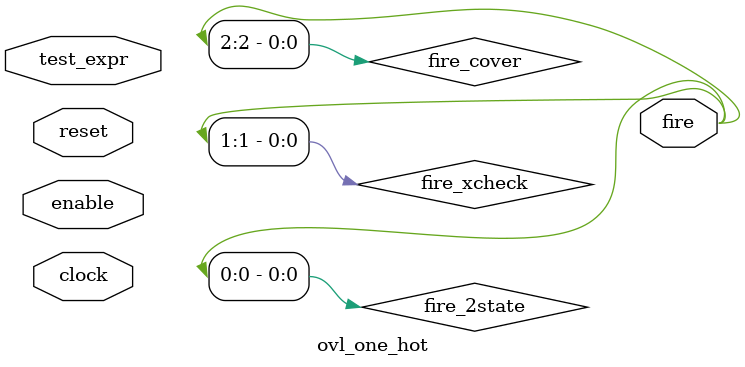
<source format=v>


























// specifying interface for System Verilog








// Selecting global reset or local reset for the checker reset signal






// active edges





// default edge_type (ovl_always_on_edge)







// severity levels





// default severity level






// coverage levels (note that 3 would set both SANITY & BASIC)







// default coverage level






// property type






// fire bit positions (first two also used for xcheck input to error_t)




// auto_bin_max for covergroups, default value is set as per LRM recommendation



// default property type






// default message






// necessary condition




// default necessary_condition (ovl_cycle_sequence)






// action on new start




// default action_on_new_start (e.g. ovl_change)






// inactive levels




// default inactive (ovl_one_cold)






// new interface (ovl 2)



























// ovl runtime after fatal error






// Covergroup define







// Ensure x-checking logic disabled if ASSERTs are off







module ovl_one_hot (clock, reset, enable, test_expr, fire);

  parameter severity_level = 1;
  parameter width          = 32;
  parameter property_type  = 0;
  parameter msg            = "VIOLATION";
  parameter coverage_level = 2;

  parameter clock_edge     = 1;
  parameter reset_polarity = 0;
  parameter gating_type    = 1;

  input                          clock, reset, enable;
  input  [width-1:0]             test_expr;
  output [3-1:0]   fire;

  // Parameters that should not be edited
  parameter assert_name = "OVL_ONE_HOT";



















  assign fire = {fire_cover, fire_xcheck, fire_2state};
  endmodule // ovl_one_hot

</source>
